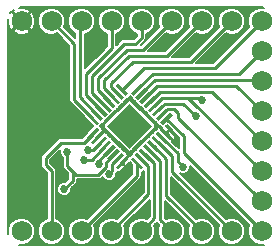
<source format=gtl>
G04 (created by PCBNEW (2013-07-07 BZR 4022)-stable) date 1/7/2014 10:08:49*
%MOIN*%
G04 Gerber Fmt 3.4, Leading zero omitted, Abs format*
%FSLAX34Y34*%
G01*
G70*
G90*
G04 APERTURE LIST*
%ADD10C,0.00590551*%
%ADD11C,0.0984252*%
%ADD12C,0.0688976*%
%ADD13C,0.027*%
%ADD14C,0.01*%
%ADD15C,0.005*%
G04 APERTURE END LIST*
G54D10*
G36*
X46249Y-28459D02*
X46166Y-28375D01*
X46500Y-28041D01*
X46583Y-28125D01*
X46249Y-28459D01*
X46249Y-28459D01*
G37*
G36*
X46386Y-28601D02*
X46302Y-28517D01*
X46636Y-28183D01*
X46720Y-28267D01*
X46386Y-28601D01*
X46386Y-28601D01*
G37*
G36*
X46525Y-28740D02*
X46441Y-28656D01*
X46775Y-28322D01*
X46859Y-28406D01*
X46525Y-28740D01*
X46525Y-28740D01*
G37*
G36*
X46664Y-28879D02*
X46581Y-28796D01*
X46915Y-28462D01*
X46998Y-28545D01*
X46664Y-28879D01*
X46664Y-28879D01*
G37*
G36*
X46803Y-29018D02*
X46720Y-28935D01*
X47054Y-28601D01*
X47137Y-28684D01*
X46803Y-29018D01*
X46803Y-29018D01*
G37*
G36*
X46943Y-29158D02*
X46859Y-29074D01*
X47193Y-28740D01*
X47277Y-28824D01*
X46943Y-29158D01*
X46943Y-29158D01*
G37*
G36*
X47082Y-29297D02*
X46998Y-29213D01*
X47332Y-28879D01*
X47416Y-28963D01*
X47082Y-29297D01*
X47082Y-29297D01*
G37*
G36*
X47221Y-29436D02*
X47137Y-29352D01*
X47471Y-29018D01*
X47555Y-29102D01*
X47221Y-29436D01*
X47221Y-29436D01*
G37*
G36*
X48702Y-27955D02*
X48618Y-27871D01*
X48952Y-27537D01*
X49036Y-27621D01*
X48702Y-27955D01*
X48702Y-27955D01*
G37*
G36*
X48563Y-27816D02*
X48479Y-27732D01*
X48813Y-27398D01*
X48897Y-27482D01*
X48563Y-27816D01*
X48563Y-27816D01*
G37*
G36*
X48424Y-27677D02*
X48340Y-27593D01*
X48674Y-27259D01*
X48758Y-27343D01*
X48424Y-27677D01*
X48424Y-27677D01*
G37*
G36*
X48284Y-27537D02*
X48201Y-27454D01*
X48535Y-27120D01*
X48618Y-27203D01*
X48284Y-27537D01*
X48284Y-27537D01*
G37*
G36*
X48145Y-27398D02*
X48062Y-27315D01*
X48396Y-26981D01*
X48479Y-27064D01*
X48145Y-27398D01*
X48145Y-27398D01*
G37*
G36*
X48006Y-27259D02*
X47922Y-27175D01*
X48256Y-26841D01*
X48340Y-26925D01*
X48006Y-27259D01*
X48006Y-27259D01*
G37*
G36*
X47867Y-27120D02*
X47783Y-27036D01*
X48117Y-26702D01*
X48201Y-26786D01*
X47867Y-27120D01*
X47867Y-27120D01*
G37*
G36*
X47728Y-26981D02*
X47644Y-26897D01*
X47978Y-26563D01*
X48062Y-26647D01*
X47728Y-26981D01*
X47728Y-26981D01*
G37*
G36*
X47975Y-29433D02*
X47641Y-29099D01*
X47725Y-29016D01*
X48059Y-29350D01*
X47975Y-29433D01*
X47975Y-29433D01*
G37*
G36*
X48109Y-29288D02*
X47775Y-28954D01*
X47858Y-28871D01*
X48192Y-29205D01*
X48109Y-29288D01*
X48109Y-29288D01*
G37*
G36*
X48248Y-29149D02*
X47914Y-28815D01*
X47998Y-28732D01*
X48332Y-29066D01*
X48248Y-29149D01*
X48248Y-29149D01*
G37*
G36*
X48387Y-29010D02*
X48053Y-28676D01*
X48137Y-28592D01*
X48471Y-28927D01*
X48387Y-29010D01*
X48387Y-29010D01*
G37*
G36*
X48527Y-28871D02*
X48192Y-28537D01*
X48276Y-28453D01*
X48610Y-28787D01*
X48527Y-28871D01*
X48527Y-28871D01*
G37*
G36*
X48666Y-28732D02*
X48332Y-28398D01*
X48415Y-28314D01*
X48749Y-28648D01*
X48666Y-28732D01*
X48666Y-28732D01*
G37*
G36*
X48805Y-28592D02*
X48471Y-28258D01*
X48554Y-28175D01*
X48888Y-28509D01*
X48805Y-28592D01*
X48805Y-28592D01*
G37*
G36*
X48944Y-28453D02*
X48610Y-28119D01*
X48694Y-28036D01*
X49028Y-28370D01*
X48944Y-28453D01*
X48944Y-28453D01*
G37*
G36*
X47480Y-26989D02*
X47146Y-26655D01*
X47229Y-26571D01*
X47563Y-26905D01*
X47480Y-26989D01*
X47480Y-26989D01*
G37*
G36*
X47341Y-27128D02*
X47007Y-26794D01*
X47090Y-26711D01*
X47424Y-27045D01*
X47341Y-27128D01*
X47341Y-27128D01*
G37*
G36*
X47201Y-27267D02*
X46867Y-26933D01*
X46951Y-26850D01*
X47285Y-27184D01*
X47201Y-27267D01*
X47201Y-27267D01*
G37*
G36*
X47062Y-27407D02*
X46728Y-27072D01*
X46812Y-26989D01*
X47146Y-27323D01*
X47062Y-27407D01*
X47062Y-27407D01*
G37*
G36*
X46923Y-27546D02*
X46589Y-27212D01*
X46672Y-27128D01*
X47007Y-27462D01*
X46923Y-27546D01*
X46923Y-27546D01*
G37*
G36*
X46784Y-27685D02*
X46450Y-27351D01*
X46533Y-27267D01*
X46867Y-27601D01*
X46784Y-27685D01*
X46784Y-27685D01*
G37*
G36*
X46645Y-27824D02*
X46311Y-27490D01*
X46394Y-27407D01*
X46728Y-27741D01*
X46645Y-27824D01*
X46645Y-27824D01*
G37*
G36*
X46505Y-27963D02*
X46171Y-27629D01*
X46255Y-27546D01*
X46589Y-27880D01*
X46505Y-27963D01*
X46505Y-27963D01*
G37*
G54D11*
X47600Y-28000D03*
G54D10*
G36*
X47600Y-28751D02*
X46848Y-28000D01*
X47600Y-27248D01*
X48351Y-28000D01*
X47600Y-28751D01*
X47600Y-28751D01*
G37*
G54D12*
X52000Y-26500D03*
X46000Y-31500D03*
X47000Y-31500D03*
X48000Y-31500D03*
X49000Y-31500D03*
X50000Y-31500D03*
X51000Y-31500D03*
X52000Y-31500D03*
X52000Y-30500D03*
X52000Y-29500D03*
X52000Y-28500D03*
X52000Y-27500D03*
X52000Y-25500D03*
X52000Y-24500D03*
X51000Y-24500D03*
X50000Y-24500D03*
X49000Y-24500D03*
X48000Y-24500D03*
X47000Y-24500D03*
X46000Y-24500D03*
X45000Y-24500D03*
X44000Y-31500D03*
X44000Y-24500D03*
X45000Y-31500D03*
G54D13*
X50000Y-27125D03*
X49375Y-29350D03*
X46925Y-29600D03*
X46575Y-29250D03*
X45075Y-29175D03*
X46200Y-28800D03*
X46075Y-29125D03*
X45425Y-30100D03*
X45525Y-28850D03*
X49800Y-27675D03*
G54D14*
X46375Y-28250D02*
X46075Y-28550D01*
X44800Y-29075D02*
X44800Y-29300D01*
X44800Y-29300D02*
X45000Y-29500D01*
X45000Y-29500D02*
X45000Y-31500D01*
X45325Y-28550D02*
X44800Y-29075D01*
X46075Y-28550D02*
X45325Y-28550D01*
X47984Y-29080D02*
X48225Y-29320D01*
X48225Y-30275D02*
X47000Y-31500D01*
X48225Y-29320D02*
X48225Y-30275D01*
X48000Y-31500D02*
X48425Y-31075D01*
X48425Y-29242D02*
X48123Y-28940D01*
X48425Y-31075D02*
X48425Y-29242D01*
X48262Y-28801D02*
X48625Y-29164D01*
X48625Y-31125D02*
X49000Y-31500D01*
X48625Y-29164D02*
X48625Y-31125D01*
X48401Y-28662D02*
X48825Y-29085D01*
X48825Y-30325D02*
X50000Y-31500D01*
X48825Y-29085D02*
X48825Y-30325D01*
X48540Y-28523D02*
X49025Y-29007D01*
X49025Y-29525D02*
X51000Y-31500D01*
X49025Y-29007D02*
X49025Y-29525D01*
X52000Y-31500D02*
X49400Y-28900D01*
X49400Y-28318D02*
X48827Y-27746D01*
X49400Y-28900D02*
X49400Y-28318D01*
X48688Y-27607D02*
X48870Y-27425D01*
X49075Y-27425D02*
X49225Y-27575D01*
X48870Y-27425D02*
X49075Y-27425D01*
X49225Y-27575D02*
X49225Y-27725D01*
X52000Y-30500D02*
X49225Y-27725D01*
X48692Y-27607D02*
X48688Y-27607D01*
X49550Y-27050D02*
X49925Y-27050D01*
X49925Y-27050D02*
X50000Y-27125D01*
X48410Y-27329D02*
X48689Y-27050D01*
X49550Y-27050D02*
X52000Y-29500D01*
X48689Y-27050D02*
X49550Y-27050D01*
X48270Y-27189D02*
X48610Y-26850D01*
X48610Y-26850D02*
X50350Y-26850D01*
X52000Y-28500D02*
X50350Y-26850D01*
X48528Y-26653D02*
X48532Y-26650D01*
X48532Y-26650D02*
X51150Y-26650D01*
X52000Y-27500D02*
X51150Y-26650D01*
X48528Y-26653D02*
X48131Y-27050D01*
X52000Y-26500D02*
X51950Y-26450D01*
X48454Y-26450D02*
X47992Y-26911D01*
X51950Y-26450D02*
X48454Y-26450D01*
X52000Y-25500D02*
X51250Y-26250D01*
X48375Y-26250D02*
X47853Y-26772D01*
X51250Y-26250D02*
X48375Y-26250D01*
X52000Y-24500D02*
X50450Y-26050D01*
X48085Y-26050D02*
X47355Y-26780D01*
X50450Y-26050D02*
X48085Y-26050D01*
X46987Y-26562D02*
X46975Y-26575D01*
X46975Y-26575D02*
X46975Y-26679D01*
X51000Y-24500D02*
X49650Y-25850D01*
X46975Y-26679D02*
X47215Y-26919D01*
X47700Y-25850D02*
X46987Y-26562D01*
X49650Y-25850D02*
X47700Y-25850D01*
X46762Y-26462D02*
X46750Y-26475D01*
X46750Y-26475D02*
X46750Y-26732D01*
X47076Y-27059D02*
X46750Y-26732D01*
X48850Y-25650D02*
X47575Y-25650D01*
X47575Y-25650D02*
X46762Y-26462D01*
X48850Y-25650D02*
X50000Y-24500D01*
X46562Y-26387D02*
X46550Y-26400D01*
X46550Y-26400D02*
X46550Y-26810D01*
X49000Y-24500D02*
X48050Y-25450D01*
X46550Y-26810D02*
X46937Y-27198D01*
X47500Y-25450D02*
X46562Y-26387D01*
X48050Y-25450D02*
X47500Y-25450D01*
X46798Y-27337D02*
X46350Y-26889D01*
X46350Y-26325D02*
X46350Y-26875D01*
X47825Y-25225D02*
X47800Y-25250D01*
X48000Y-25050D02*
X48000Y-24500D01*
X47825Y-25225D02*
X48000Y-25050D01*
X47425Y-25250D02*
X47275Y-25400D01*
X47800Y-25250D02*
X47425Y-25250D01*
X47275Y-25400D02*
X46350Y-26325D01*
X46350Y-26889D02*
X46350Y-26875D01*
X49200Y-29175D02*
X49200Y-28904D01*
X48680Y-28384D02*
X49200Y-28904D01*
X49375Y-29350D02*
X49200Y-29175D01*
X47207Y-29088D02*
X47025Y-29270D01*
X47025Y-29500D02*
X46925Y-29600D01*
X47025Y-29270D02*
X47025Y-29500D01*
X46929Y-28810D02*
X46575Y-29164D01*
X46575Y-29164D02*
X46575Y-29250D01*
X46775Y-25625D02*
X46150Y-26250D01*
X47000Y-25400D02*
X46775Y-25625D01*
X47000Y-24500D02*
X47000Y-25400D01*
X46150Y-26967D02*
X46659Y-27476D01*
X46150Y-26250D02*
X46150Y-26967D01*
X45950Y-26175D02*
X45950Y-24550D01*
X45950Y-24550D02*
X46000Y-24500D01*
X45950Y-27045D02*
X46519Y-27615D01*
X45950Y-26175D02*
X45950Y-27045D01*
X45000Y-24500D02*
X45750Y-25250D01*
X45750Y-27124D02*
X46380Y-27755D01*
X45750Y-25250D02*
X45750Y-27124D01*
X47850Y-29224D02*
X47850Y-29649D01*
X47850Y-29649D02*
X46000Y-31500D01*
X46382Y-28800D02*
X46650Y-28531D01*
X46200Y-28800D02*
X46382Y-28800D01*
X46335Y-29125D02*
X46789Y-28670D01*
X46075Y-29125D02*
X46335Y-29125D01*
X45700Y-29500D02*
X45700Y-29825D01*
X45700Y-29825D02*
X45425Y-30100D01*
X45525Y-29325D02*
X45700Y-29500D01*
X47068Y-28949D02*
X46825Y-29192D01*
X45825Y-29625D02*
X46392Y-29625D01*
X45525Y-29325D02*
X45525Y-28850D01*
X45525Y-29325D02*
X45825Y-29625D01*
X46550Y-29625D02*
X46392Y-29625D01*
X46825Y-29350D02*
X46550Y-29625D01*
X46825Y-29192D02*
X46825Y-29350D01*
X48549Y-27468D02*
X48767Y-27250D01*
X49375Y-27250D02*
X49800Y-27675D01*
X48767Y-27250D02*
X49375Y-27250D01*
G54D10*
G36*
X52079Y-24051D02*
X51911Y-24051D01*
X51746Y-24119D01*
X51620Y-24245D01*
X51551Y-24410D01*
X51551Y-24588D01*
X51593Y-24689D01*
X50386Y-25896D01*
X49821Y-25896D01*
X50810Y-24906D01*
X50910Y-24948D01*
X51088Y-24948D01*
X51253Y-24880D01*
X51379Y-24754D01*
X51448Y-24589D01*
X51448Y-24411D01*
X51380Y-24246D01*
X51254Y-24120D01*
X51089Y-24051D01*
X50911Y-24051D01*
X50746Y-24119D01*
X50620Y-24245D01*
X50551Y-24410D01*
X50551Y-24588D01*
X50593Y-24689D01*
X49586Y-25696D01*
X49021Y-25696D01*
X49810Y-24906D01*
X49910Y-24948D01*
X50088Y-24948D01*
X50253Y-24880D01*
X50379Y-24754D01*
X50448Y-24589D01*
X50448Y-24411D01*
X50380Y-24246D01*
X50254Y-24120D01*
X50089Y-24051D01*
X49911Y-24051D01*
X49746Y-24119D01*
X49620Y-24245D01*
X49551Y-24410D01*
X49551Y-24588D01*
X49593Y-24689D01*
X48786Y-25496D01*
X48221Y-25496D01*
X48810Y-24906D01*
X48910Y-24948D01*
X49088Y-24948D01*
X49253Y-24880D01*
X49379Y-24754D01*
X49448Y-24589D01*
X49448Y-24411D01*
X49380Y-24246D01*
X49254Y-24120D01*
X49089Y-24051D01*
X48911Y-24051D01*
X48746Y-24119D01*
X48620Y-24245D01*
X48551Y-24410D01*
X48551Y-24588D01*
X48593Y-24689D01*
X47986Y-25296D01*
X47971Y-25296D01*
X48108Y-25158D01*
X48108Y-25158D01*
X48122Y-25138D01*
X48142Y-25108D01*
X48142Y-25108D01*
X48153Y-25050D01*
X48153Y-25050D01*
X48153Y-24921D01*
X48253Y-24880D01*
X48379Y-24754D01*
X48448Y-24589D01*
X48448Y-24411D01*
X48380Y-24246D01*
X48254Y-24120D01*
X48089Y-24051D01*
X47911Y-24051D01*
X47746Y-24119D01*
X47620Y-24245D01*
X47551Y-24410D01*
X47551Y-24588D01*
X47619Y-24753D01*
X47745Y-24879D01*
X47846Y-24921D01*
X47846Y-24986D01*
X47736Y-25096D01*
X47425Y-25096D01*
X47366Y-25107D01*
X47316Y-25141D01*
X47166Y-25291D01*
X47166Y-25291D01*
X47153Y-25303D01*
X47153Y-24921D01*
X47253Y-24880D01*
X47379Y-24754D01*
X47448Y-24589D01*
X47448Y-24411D01*
X47380Y-24246D01*
X47254Y-24120D01*
X47089Y-24051D01*
X46911Y-24051D01*
X46746Y-24119D01*
X46620Y-24245D01*
X46551Y-24410D01*
X46551Y-24588D01*
X46619Y-24753D01*
X46745Y-24879D01*
X46846Y-24921D01*
X46846Y-25336D01*
X46666Y-25516D01*
X46103Y-26078D01*
X46103Y-24942D01*
X46253Y-24880D01*
X46379Y-24754D01*
X46448Y-24589D01*
X46448Y-24411D01*
X46380Y-24246D01*
X46254Y-24120D01*
X46089Y-24051D01*
X45911Y-24051D01*
X45746Y-24119D01*
X45620Y-24245D01*
X45551Y-24410D01*
X45551Y-24588D01*
X45619Y-24753D01*
X45745Y-24879D01*
X45796Y-24900D01*
X45796Y-25078D01*
X45406Y-24689D01*
X45448Y-24589D01*
X45448Y-24411D01*
X45380Y-24246D01*
X45254Y-24120D01*
X45089Y-24051D01*
X44911Y-24051D01*
X44746Y-24119D01*
X44620Y-24245D01*
X44551Y-24410D01*
X44551Y-24588D01*
X44619Y-24753D01*
X44745Y-24879D01*
X44910Y-24948D01*
X45088Y-24948D01*
X45189Y-24906D01*
X45596Y-25313D01*
X45596Y-27124D01*
X45607Y-27183D01*
X45641Y-27233D01*
X46074Y-27666D01*
X46083Y-27688D01*
X46113Y-27717D01*
X46395Y-27999D01*
X46078Y-28316D01*
X46069Y-28338D01*
X46011Y-28396D01*
X45325Y-28396D01*
X45266Y-28407D01*
X45216Y-28441D01*
X44691Y-28966D01*
X44657Y-29016D01*
X44646Y-29075D01*
X44646Y-29300D01*
X44657Y-29358D01*
X44691Y-29408D01*
X44846Y-29563D01*
X44846Y-31078D01*
X44746Y-31119D01*
X44620Y-31245D01*
X44551Y-31410D01*
X44551Y-31588D01*
X44619Y-31753D01*
X44745Y-31879D01*
X44910Y-31948D01*
X45088Y-31948D01*
X45253Y-31880D01*
X45379Y-31754D01*
X45448Y-31589D01*
X45448Y-31411D01*
X45380Y-31246D01*
X45254Y-31120D01*
X45153Y-31078D01*
X45153Y-29500D01*
X45142Y-29441D01*
X45108Y-29391D01*
X45108Y-29391D01*
X44953Y-29236D01*
X44953Y-29138D01*
X45286Y-28806D01*
X45286Y-28897D01*
X45322Y-28985D01*
X45371Y-29033D01*
X45371Y-29325D01*
X45382Y-29383D01*
X45416Y-29433D01*
X45546Y-29563D01*
X45546Y-29761D01*
X45446Y-29861D01*
X45377Y-29861D01*
X45289Y-29897D01*
X45222Y-29964D01*
X45186Y-30052D01*
X45186Y-30147D01*
X45222Y-30235D01*
X45289Y-30302D01*
X45377Y-30338D01*
X45472Y-30338D01*
X45560Y-30302D01*
X45627Y-30235D01*
X45663Y-30147D01*
X45663Y-30078D01*
X45808Y-29933D01*
X45842Y-29883D01*
X45853Y-29825D01*
X45853Y-29778D01*
X46392Y-29778D01*
X46550Y-29778D01*
X46608Y-29767D01*
X46658Y-29733D01*
X46703Y-29688D01*
X46722Y-29735D01*
X46789Y-29802D01*
X46877Y-29838D01*
X46972Y-29838D01*
X47060Y-29802D01*
X47127Y-29735D01*
X47163Y-29647D01*
X47163Y-29563D01*
X47167Y-29558D01*
X47173Y-29528D01*
X47200Y-29540D01*
X47242Y-29540D01*
X47280Y-29524D01*
X47433Y-29371D01*
X47433Y-29334D01*
X47346Y-29248D01*
X47341Y-29253D01*
X47320Y-29233D01*
X47326Y-29227D01*
X47320Y-29222D01*
X47341Y-29201D01*
X47346Y-29207D01*
X47558Y-28995D01*
X47558Y-28958D01*
X47559Y-28960D01*
X47530Y-28930D01*
X47511Y-28923D01*
X47504Y-28904D01*
X47475Y-28875D01*
X47391Y-28791D01*
X47372Y-28784D01*
X47365Y-28765D01*
X47335Y-28736D01*
X47252Y-28652D01*
X47233Y-28644D01*
X47225Y-28626D01*
X47196Y-28596D01*
X47113Y-28513D01*
X47094Y-28505D01*
X47086Y-28486D01*
X47057Y-28457D01*
X46974Y-28374D01*
X46955Y-28366D01*
X46947Y-28347D01*
X46918Y-28318D01*
X46834Y-28235D01*
X46815Y-28227D01*
X46808Y-28208D01*
X46779Y-28179D01*
X46780Y-28180D01*
X46743Y-28180D01*
X46531Y-28392D01*
X46537Y-28398D01*
X46517Y-28418D01*
X46511Y-28412D01*
X46505Y-28418D01*
X46485Y-28398D01*
X46491Y-28392D01*
X46485Y-28386D01*
X46505Y-28366D01*
X46511Y-28372D01*
X46723Y-28160D01*
X46723Y-28123D01*
X46724Y-28124D01*
X46695Y-28095D01*
X46681Y-28089D01*
X46671Y-28066D01*
X46642Y-28037D01*
X46610Y-28005D01*
X46677Y-27939D01*
X46685Y-27920D01*
X46703Y-27912D01*
X46733Y-27883D01*
X46816Y-27799D01*
X46824Y-27781D01*
X46843Y-27773D01*
X46872Y-27744D01*
X46955Y-27660D01*
X46963Y-27641D01*
X46982Y-27634D01*
X47011Y-27605D01*
X47094Y-27521D01*
X47102Y-27502D01*
X47121Y-27495D01*
X47150Y-27465D01*
X47234Y-27382D01*
X47241Y-27363D01*
X47260Y-27355D01*
X47289Y-27326D01*
X47373Y-27243D01*
X47381Y-27224D01*
X47399Y-27216D01*
X47428Y-27187D01*
X47512Y-27103D01*
X47520Y-27085D01*
X47538Y-27077D01*
X47568Y-27048D01*
X47608Y-27008D01*
X47669Y-27068D01*
X47688Y-27076D01*
X47695Y-27095D01*
X47724Y-27124D01*
X47808Y-27208D01*
X47827Y-27215D01*
X47834Y-27234D01*
X47864Y-27263D01*
X47947Y-27347D01*
X47966Y-27355D01*
X47974Y-27373D01*
X48003Y-27403D01*
X48086Y-27486D01*
X48105Y-27494D01*
X48113Y-27513D01*
X48142Y-27542D01*
X48225Y-27625D01*
X48244Y-27633D01*
X48252Y-27652D01*
X48281Y-27681D01*
X48365Y-27764D01*
X48384Y-27772D01*
X48391Y-27791D01*
X48420Y-27820D01*
X48504Y-27904D01*
X48523Y-27911D01*
X48530Y-27930D01*
X48560Y-27959D01*
X48607Y-28007D01*
X48607Y-28012D01*
X48819Y-28224D01*
X48905Y-28138D01*
X48905Y-28101D01*
X48804Y-28000D01*
X48834Y-27970D01*
X49246Y-28382D01*
X49246Y-28732D01*
X49131Y-28618D01*
X49131Y-28349D01*
X49116Y-28311D01*
X49086Y-28282D01*
X48962Y-28158D01*
X48926Y-28158D01*
X48839Y-28244D01*
X49051Y-28456D01*
X49088Y-28456D01*
X49116Y-28429D01*
X49131Y-28390D01*
X49131Y-28349D01*
X49131Y-28618D01*
X49029Y-28515D01*
X49031Y-28513D01*
X49031Y-28477D01*
X48819Y-28265D01*
X48813Y-28270D01*
X48793Y-28250D01*
X48799Y-28244D01*
X48587Y-28033D01*
X48550Y-28033D01*
X48522Y-28060D01*
X48514Y-28079D01*
X48496Y-28087D01*
X48466Y-28116D01*
X48455Y-28128D01*
X48455Y-27979D01*
X48439Y-27941D01*
X48410Y-27912D01*
X47658Y-27160D01*
X47620Y-27144D01*
X47579Y-27144D01*
X47541Y-27160D01*
X47512Y-27189D01*
X46760Y-27941D01*
X46744Y-27979D01*
X46744Y-28020D01*
X46760Y-28058D01*
X46789Y-28087D01*
X47541Y-28839D01*
X47579Y-28855D01*
X47620Y-28855D01*
X47658Y-28839D01*
X47687Y-28810D01*
X48439Y-28058D01*
X48455Y-28020D01*
X48455Y-27979D01*
X48455Y-28128D01*
X48383Y-28200D01*
X48375Y-28218D01*
X48356Y-28226D01*
X48327Y-28255D01*
X48244Y-28339D01*
X48236Y-28358D01*
X48217Y-28365D01*
X48188Y-28394D01*
X48105Y-28478D01*
X48097Y-28497D01*
X48078Y-28504D01*
X48049Y-28534D01*
X47965Y-28617D01*
X47958Y-28636D01*
X47939Y-28644D01*
X47910Y-28673D01*
X47826Y-28756D01*
X47818Y-28775D01*
X47800Y-28783D01*
X47771Y-28812D01*
X47687Y-28896D01*
X47675Y-28924D01*
X47666Y-28928D01*
X47637Y-28957D01*
X47553Y-29040D01*
X47553Y-29040D01*
X47366Y-29227D01*
X47453Y-29314D01*
X47490Y-29314D01*
X47599Y-29204D01*
X47696Y-29301D01*
X47696Y-29585D01*
X46189Y-31093D01*
X46089Y-31051D01*
X45911Y-31051D01*
X45746Y-31119D01*
X45620Y-31245D01*
X45551Y-31410D01*
X45551Y-31588D01*
X45619Y-31753D01*
X45745Y-31879D01*
X45910Y-31948D01*
X46088Y-31948D01*
X46253Y-31880D01*
X46379Y-31754D01*
X46448Y-31589D01*
X46448Y-31411D01*
X46406Y-31310D01*
X47959Y-29758D01*
X47959Y-29758D01*
X47992Y-29708D01*
X48004Y-29649D01*
X48004Y-29649D01*
X48004Y-29534D01*
X48034Y-29521D01*
X48063Y-29492D01*
X48071Y-29485D01*
X48071Y-30211D01*
X47189Y-31093D01*
X47089Y-31051D01*
X46911Y-31051D01*
X46746Y-31119D01*
X46620Y-31245D01*
X46551Y-31410D01*
X46551Y-31588D01*
X46619Y-31753D01*
X46745Y-31879D01*
X46910Y-31948D01*
X47088Y-31948D01*
X47253Y-31880D01*
X47379Y-31754D01*
X47448Y-31589D01*
X47448Y-31411D01*
X47406Y-31310D01*
X48271Y-30446D01*
X48271Y-31011D01*
X48189Y-31093D01*
X48089Y-31051D01*
X47911Y-31051D01*
X47746Y-31119D01*
X47620Y-31245D01*
X47551Y-31410D01*
X47551Y-31588D01*
X47619Y-31753D01*
X47745Y-31879D01*
X47910Y-31948D01*
X48088Y-31948D01*
X48253Y-31880D01*
X48379Y-31754D01*
X48448Y-31589D01*
X48448Y-31411D01*
X48406Y-31310D01*
X48503Y-31214D01*
X48516Y-31233D01*
X48593Y-31310D01*
X48551Y-31410D01*
X48551Y-31588D01*
X48619Y-31753D01*
X48745Y-31879D01*
X48910Y-31948D01*
X49088Y-31948D01*
X49253Y-31880D01*
X49379Y-31754D01*
X49448Y-31589D01*
X49448Y-31411D01*
X49380Y-31246D01*
X49254Y-31120D01*
X49089Y-31051D01*
X48911Y-31051D01*
X48810Y-31093D01*
X48778Y-31061D01*
X48778Y-30496D01*
X49593Y-31310D01*
X49551Y-31410D01*
X49551Y-31588D01*
X49619Y-31753D01*
X49745Y-31879D01*
X49910Y-31948D01*
X50088Y-31948D01*
X50253Y-31880D01*
X50379Y-31754D01*
X50448Y-31589D01*
X50448Y-31411D01*
X50380Y-31246D01*
X50254Y-31120D01*
X50089Y-31051D01*
X49911Y-31051D01*
X49810Y-31093D01*
X48978Y-30261D01*
X48978Y-29696D01*
X50593Y-31310D01*
X50551Y-31410D01*
X50551Y-31588D01*
X50619Y-31753D01*
X50745Y-31879D01*
X50910Y-31948D01*
X51088Y-31948D01*
X51253Y-31880D01*
X51379Y-31754D01*
X51448Y-31589D01*
X51448Y-31411D01*
X51380Y-31246D01*
X51254Y-31120D01*
X51089Y-31051D01*
X50911Y-31051D01*
X50810Y-31093D01*
X49291Y-29573D01*
X49327Y-29588D01*
X49422Y-29588D01*
X49510Y-29552D01*
X49577Y-29485D01*
X49613Y-29397D01*
X49613Y-29331D01*
X51593Y-31310D01*
X51551Y-31410D01*
X51551Y-31588D01*
X51619Y-31753D01*
X51745Y-31879D01*
X51910Y-31948D01*
X52079Y-31948D01*
X51986Y-31966D01*
X44448Y-31966D01*
X44448Y-24414D01*
X44381Y-24249D01*
X44377Y-24243D01*
X44314Y-24205D01*
X44020Y-24500D01*
X44314Y-24794D01*
X44377Y-24756D01*
X44447Y-24592D01*
X44448Y-24414D01*
X44448Y-31966D01*
X44012Y-31966D01*
X43919Y-31948D01*
X44088Y-31948D01*
X44253Y-31880D01*
X44379Y-31754D01*
X44448Y-31589D01*
X44448Y-31411D01*
X44380Y-31246D01*
X44294Y-31160D01*
X44294Y-24814D01*
X44000Y-24520D01*
X43705Y-24814D01*
X43743Y-24877D01*
X43907Y-24947D01*
X44085Y-24948D01*
X44250Y-24881D01*
X44256Y-24877D01*
X44294Y-24814D01*
X44294Y-31160D01*
X44254Y-31120D01*
X44089Y-31051D01*
X43911Y-31051D01*
X43746Y-31119D01*
X43620Y-31245D01*
X43551Y-31410D01*
X43551Y-31579D01*
X43533Y-31486D01*
X43533Y-24513D01*
X43552Y-24417D01*
X43551Y-24585D01*
X43618Y-24750D01*
X43622Y-24756D01*
X43685Y-24794D01*
X43979Y-24500D01*
X43685Y-24205D01*
X43625Y-24241D01*
X43671Y-24172D01*
X43740Y-24125D01*
X43705Y-24185D01*
X44000Y-24479D01*
X44294Y-24185D01*
X44256Y-24122D01*
X44092Y-24052D01*
X43922Y-24051D01*
X44012Y-24033D01*
X51986Y-24033D01*
X52079Y-24051D01*
X52079Y-24051D01*
G37*
G54D15*
X52079Y-24051D02*
X51911Y-24051D01*
X51746Y-24119D01*
X51620Y-24245D01*
X51551Y-24410D01*
X51551Y-24588D01*
X51593Y-24689D01*
X50386Y-25896D01*
X49821Y-25896D01*
X50810Y-24906D01*
X50910Y-24948D01*
X51088Y-24948D01*
X51253Y-24880D01*
X51379Y-24754D01*
X51448Y-24589D01*
X51448Y-24411D01*
X51380Y-24246D01*
X51254Y-24120D01*
X51089Y-24051D01*
X50911Y-24051D01*
X50746Y-24119D01*
X50620Y-24245D01*
X50551Y-24410D01*
X50551Y-24588D01*
X50593Y-24689D01*
X49586Y-25696D01*
X49021Y-25696D01*
X49810Y-24906D01*
X49910Y-24948D01*
X50088Y-24948D01*
X50253Y-24880D01*
X50379Y-24754D01*
X50448Y-24589D01*
X50448Y-24411D01*
X50380Y-24246D01*
X50254Y-24120D01*
X50089Y-24051D01*
X49911Y-24051D01*
X49746Y-24119D01*
X49620Y-24245D01*
X49551Y-24410D01*
X49551Y-24588D01*
X49593Y-24689D01*
X48786Y-25496D01*
X48221Y-25496D01*
X48810Y-24906D01*
X48910Y-24948D01*
X49088Y-24948D01*
X49253Y-24880D01*
X49379Y-24754D01*
X49448Y-24589D01*
X49448Y-24411D01*
X49380Y-24246D01*
X49254Y-24120D01*
X49089Y-24051D01*
X48911Y-24051D01*
X48746Y-24119D01*
X48620Y-24245D01*
X48551Y-24410D01*
X48551Y-24588D01*
X48593Y-24689D01*
X47986Y-25296D01*
X47971Y-25296D01*
X48108Y-25158D01*
X48108Y-25158D01*
X48122Y-25138D01*
X48142Y-25108D01*
X48142Y-25108D01*
X48153Y-25050D01*
X48153Y-25050D01*
X48153Y-24921D01*
X48253Y-24880D01*
X48379Y-24754D01*
X48448Y-24589D01*
X48448Y-24411D01*
X48380Y-24246D01*
X48254Y-24120D01*
X48089Y-24051D01*
X47911Y-24051D01*
X47746Y-24119D01*
X47620Y-24245D01*
X47551Y-24410D01*
X47551Y-24588D01*
X47619Y-24753D01*
X47745Y-24879D01*
X47846Y-24921D01*
X47846Y-24986D01*
X47736Y-25096D01*
X47425Y-25096D01*
X47366Y-25107D01*
X47316Y-25141D01*
X47166Y-25291D01*
X47166Y-25291D01*
X47153Y-25303D01*
X47153Y-24921D01*
X47253Y-24880D01*
X47379Y-24754D01*
X47448Y-24589D01*
X47448Y-24411D01*
X47380Y-24246D01*
X47254Y-24120D01*
X47089Y-24051D01*
X46911Y-24051D01*
X46746Y-24119D01*
X46620Y-24245D01*
X46551Y-24410D01*
X46551Y-24588D01*
X46619Y-24753D01*
X46745Y-24879D01*
X46846Y-24921D01*
X46846Y-25336D01*
X46666Y-25516D01*
X46103Y-26078D01*
X46103Y-24942D01*
X46253Y-24880D01*
X46379Y-24754D01*
X46448Y-24589D01*
X46448Y-24411D01*
X46380Y-24246D01*
X46254Y-24120D01*
X46089Y-24051D01*
X45911Y-24051D01*
X45746Y-24119D01*
X45620Y-24245D01*
X45551Y-24410D01*
X45551Y-24588D01*
X45619Y-24753D01*
X45745Y-24879D01*
X45796Y-24900D01*
X45796Y-25078D01*
X45406Y-24689D01*
X45448Y-24589D01*
X45448Y-24411D01*
X45380Y-24246D01*
X45254Y-24120D01*
X45089Y-24051D01*
X44911Y-24051D01*
X44746Y-24119D01*
X44620Y-24245D01*
X44551Y-24410D01*
X44551Y-24588D01*
X44619Y-24753D01*
X44745Y-24879D01*
X44910Y-24948D01*
X45088Y-24948D01*
X45189Y-24906D01*
X45596Y-25313D01*
X45596Y-27124D01*
X45607Y-27183D01*
X45641Y-27233D01*
X46074Y-27666D01*
X46083Y-27688D01*
X46113Y-27717D01*
X46395Y-27999D01*
X46078Y-28316D01*
X46069Y-28338D01*
X46011Y-28396D01*
X45325Y-28396D01*
X45266Y-28407D01*
X45216Y-28441D01*
X44691Y-28966D01*
X44657Y-29016D01*
X44646Y-29075D01*
X44646Y-29300D01*
X44657Y-29358D01*
X44691Y-29408D01*
X44846Y-29563D01*
X44846Y-31078D01*
X44746Y-31119D01*
X44620Y-31245D01*
X44551Y-31410D01*
X44551Y-31588D01*
X44619Y-31753D01*
X44745Y-31879D01*
X44910Y-31948D01*
X45088Y-31948D01*
X45253Y-31880D01*
X45379Y-31754D01*
X45448Y-31589D01*
X45448Y-31411D01*
X45380Y-31246D01*
X45254Y-31120D01*
X45153Y-31078D01*
X45153Y-29500D01*
X45142Y-29441D01*
X45108Y-29391D01*
X45108Y-29391D01*
X44953Y-29236D01*
X44953Y-29138D01*
X45286Y-28806D01*
X45286Y-28897D01*
X45322Y-28985D01*
X45371Y-29033D01*
X45371Y-29325D01*
X45382Y-29383D01*
X45416Y-29433D01*
X45546Y-29563D01*
X45546Y-29761D01*
X45446Y-29861D01*
X45377Y-29861D01*
X45289Y-29897D01*
X45222Y-29964D01*
X45186Y-30052D01*
X45186Y-30147D01*
X45222Y-30235D01*
X45289Y-30302D01*
X45377Y-30338D01*
X45472Y-30338D01*
X45560Y-30302D01*
X45627Y-30235D01*
X45663Y-30147D01*
X45663Y-30078D01*
X45808Y-29933D01*
X45842Y-29883D01*
X45853Y-29825D01*
X45853Y-29778D01*
X46392Y-29778D01*
X46550Y-29778D01*
X46608Y-29767D01*
X46658Y-29733D01*
X46703Y-29688D01*
X46722Y-29735D01*
X46789Y-29802D01*
X46877Y-29838D01*
X46972Y-29838D01*
X47060Y-29802D01*
X47127Y-29735D01*
X47163Y-29647D01*
X47163Y-29563D01*
X47167Y-29558D01*
X47173Y-29528D01*
X47200Y-29540D01*
X47242Y-29540D01*
X47280Y-29524D01*
X47433Y-29371D01*
X47433Y-29334D01*
X47346Y-29248D01*
X47341Y-29253D01*
X47320Y-29233D01*
X47326Y-29227D01*
X47320Y-29222D01*
X47341Y-29201D01*
X47346Y-29207D01*
X47558Y-28995D01*
X47558Y-28958D01*
X47559Y-28960D01*
X47530Y-28930D01*
X47511Y-28923D01*
X47504Y-28904D01*
X47475Y-28875D01*
X47391Y-28791D01*
X47372Y-28784D01*
X47365Y-28765D01*
X47335Y-28736D01*
X47252Y-28652D01*
X47233Y-28644D01*
X47225Y-28626D01*
X47196Y-28596D01*
X47113Y-28513D01*
X47094Y-28505D01*
X47086Y-28486D01*
X47057Y-28457D01*
X46974Y-28374D01*
X46955Y-28366D01*
X46947Y-28347D01*
X46918Y-28318D01*
X46834Y-28235D01*
X46815Y-28227D01*
X46808Y-28208D01*
X46779Y-28179D01*
X46780Y-28180D01*
X46743Y-28180D01*
X46531Y-28392D01*
X46537Y-28398D01*
X46517Y-28418D01*
X46511Y-28412D01*
X46505Y-28418D01*
X46485Y-28398D01*
X46491Y-28392D01*
X46485Y-28386D01*
X46505Y-28366D01*
X46511Y-28372D01*
X46723Y-28160D01*
X46723Y-28123D01*
X46724Y-28124D01*
X46695Y-28095D01*
X46681Y-28089D01*
X46671Y-28066D01*
X46642Y-28037D01*
X46610Y-28005D01*
X46677Y-27939D01*
X46685Y-27920D01*
X46703Y-27912D01*
X46733Y-27883D01*
X46816Y-27799D01*
X46824Y-27781D01*
X46843Y-27773D01*
X46872Y-27744D01*
X46955Y-27660D01*
X46963Y-27641D01*
X46982Y-27634D01*
X47011Y-27605D01*
X47094Y-27521D01*
X47102Y-27502D01*
X47121Y-27495D01*
X47150Y-27465D01*
X47234Y-27382D01*
X47241Y-27363D01*
X47260Y-27355D01*
X47289Y-27326D01*
X47373Y-27243D01*
X47381Y-27224D01*
X47399Y-27216D01*
X47428Y-27187D01*
X47512Y-27103D01*
X47520Y-27085D01*
X47538Y-27077D01*
X47568Y-27048D01*
X47608Y-27008D01*
X47669Y-27068D01*
X47688Y-27076D01*
X47695Y-27095D01*
X47724Y-27124D01*
X47808Y-27208D01*
X47827Y-27215D01*
X47834Y-27234D01*
X47864Y-27263D01*
X47947Y-27347D01*
X47966Y-27355D01*
X47974Y-27373D01*
X48003Y-27403D01*
X48086Y-27486D01*
X48105Y-27494D01*
X48113Y-27513D01*
X48142Y-27542D01*
X48225Y-27625D01*
X48244Y-27633D01*
X48252Y-27652D01*
X48281Y-27681D01*
X48365Y-27764D01*
X48384Y-27772D01*
X48391Y-27791D01*
X48420Y-27820D01*
X48504Y-27904D01*
X48523Y-27911D01*
X48530Y-27930D01*
X48560Y-27959D01*
X48607Y-28007D01*
X48607Y-28012D01*
X48819Y-28224D01*
X48905Y-28138D01*
X48905Y-28101D01*
X48804Y-28000D01*
X48834Y-27970D01*
X49246Y-28382D01*
X49246Y-28732D01*
X49131Y-28618D01*
X49131Y-28349D01*
X49116Y-28311D01*
X49086Y-28282D01*
X48962Y-28158D01*
X48926Y-28158D01*
X48839Y-28244D01*
X49051Y-28456D01*
X49088Y-28456D01*
X49116Y-28429D01*
X49131Y-28390D01*
X49131Y-28349D01*
X49131Y-28618D01*
X49029Y-28515D01*
X49031Y-28513D01*
X49031Y-28477D01*
X48819Y-28265D01*
X48813Y-28270D01*
X48793Y-28250D01*
X48799Y-28244D01*
X48587Y-28033D01*
X48550Y-28033D01*
X48522Y-28060D01*
X48514Y-28079D01*
X48496Y-28087D01*
X48466Y-28116D01*
X48455Y-28128D01*
X48455Y-27979D01*
X48439Y-27941D01*
X48410Y-27912D01*
X47658Y-27160D01*
X47620Y-27144D01*
X47579Y-27144D01*
X47541Y-27160D01*
X47512Y-27189D01*
X46760Y-27941D01*
X46744Y-27979D01*
X46744Y-28020D01*
X46760Y-28058D01*
X46789Y-28087D01*
X47541Y-28839D01*
X47579Y-28855D01*
X47620Y-28855D01*
X47658Y-28839D01*
X47687Y-28810D01*
X48439Y-28058D01*
X48455Y-28020D01*
X48455Y-27979D01*
X48455Y-28128D01*
X48383Y-28200D01*
X48375Y-28218D01*
X48356Y-28226D01*
X48327Y-28255D01*
X48244Y-28339D01*
X48236Y-28358D01*
X48217Y-28365D01*
X48188Y-28394D01*
X48105Y-28478D01*
X48097Y-28497D01*
X48078Y-28504D01*
X48049Y-28534D01*
X47965Y-28617D01*
X47958Y-28636D01*
X47939Y-28644D01*
X47910Y-28673D01*
X47826Y-28756D01*
X47818Y-28775D01*
X47800Y-28783D01*
X47771Y-28812D01*
X47687Y-28896D01*
X47675Y-28924D01*
X47666Y-28928D01*
X47637Y-28957D01*
X47553Y-29040D01*
X47553Y-29040D01*
X47366Y-29227D01*
X47453Y-29314D01*
X47490Y-29314D01*
X47599Y-29204D01*
X47696Y-29301D01*
X47696Y-29585D01*
X46189Y-31093D01*
X46089Y-31051D01*
X45911Y-31051D01*
X45746Y-31119D01*
X45620Y-31245D01*
X45551Y-31410D01*
X45551Y-31588D01*
X45619Y-31753D01*
X45745Y-31879D01*
X45910Y-31948D01*
X46088Y-31948D01*
X46253Y-31880D01*
X46379Y-31754D01*
X46448Y-31589D01*
X46448Y-31411D01*
X46406Y-31310D01*
X47959Y-29758D01*
X47959Y-29758D01*
X47992Y-29708D01*
X48004Y-29649D01*
X48004Y-29649D01*
X48004Y-29534D01*
X48034Y-29521D01*
X48063Y-29492D01*
X48071Y-29485D01*
X48071Y-30211D01*
X47189Y-31093D01*
X47089Y-31051D01*
X46911Y-31051D01*
X46746Y-31119D01*
X46620Y-31245D01*
X46551Y-31410D01*
X46551Y-31588D01*
X46619Y-31753D01*
X46745Y-31879D01*
X46910Y-31948D01*
X47088Y-31948D01*
X47253Y-31880D01*
X47379Y-31754D01*
X47448Y-31589D01*
X47448Y-31411D01*
X47406Y-31310D01*
X48271Y-30446D01*
X48271Y-31011D01*
X48189Y-31093D01*
X48089Y-31051D01*
X47911Y-31051D01*
X47746Y-31119D01*
X47620Y-31245D01*
X47551Y-31410D01*
X47551Y-31588D01*
X47619Y-31753D01*
X47745Y-31879D01*
X47910Y-31948D01*
X48088Y-31948D01*
X48253Y-31880D01*
X48379Y-31754D01*
X48448Y-31589D01*
X48448Y-31411D01*
X48406Y-31310D01*
X48503Y-31214D01*
X48516Y-31233D01*
X48593Y-31310D01*
X48551Y-31410D01*
X48551Y-31588D01*
X48619Y-31753D01*
X48745Y-31879D01*
X48910Y-31948D01*
X49088Y-31948D01*
X49253Y-31880D01*
X49379Y-31754D01*
X49448Y-31589D01*
X49448Y-31411D01*
X49380Y-31246D01*
X49254Y-31120D01*
X49089Y-31051D01*
X48911Y-31051D01*
X48810Y-31093D01*
X48778Y-31061D01*
X48778Y-30496D01*
X49593Y-31310D01*
X49551Y-31410D01*
X49551Y-31588D01*
X49619Y-31753D01*
X49745Y-31879D01*
X49910Y-31948D01*
X50088Y-31948D01*
X50253Y-31880D01*
X50379Y-31754D01*
X50448Y-31589D01*
X50448Y-31411D01*
X50380Y-31246D01*
X50254Y-31120D01*
X50089Y-31051D01*
X49911Y-31051D01*
X49810Y-31093D01*
X48978Y-30261D01*
X48978Y-29696D01*
X50593Y-31310D01*
X50551Y-31410D01*
X50551Y-31588D01*
X50619Y-31753D01*
X50745Y-31879D01*
X50910Y-31948D01*
X51088Y-31948D01*
X51253Y-31880D01*
X51379Y-31754D01*
X51448Y-31589D01*
X51448Y-31411D01*
X51380Y-31246D01*
X51254Y-31120D01*
X51089Y-31051D01*
X50911Y-31051D01*
X50810Y-31093D01*
X49291Y-29573D01*
X49327Y-29588D01*
X49422Y-29588D01*
X49510Y-29552D01*
X49577Y-29485D01*
X49613Y-29397D01*
X49613Y-29331D01*
X51593Y-31310D01*
X51551Y-31410D01*
X51551Y-31588D01*
X51619Y-31753D01*
X51745Y-31879D01*
X51910Y-31948D01*
X52079Y-31948D01*
X51986Y-31966D01*
X44448Y-31966D01*
X44448Y-24414D01*
X44381Y-24249D01*
X44377Y-24243D01*
X44314Y-24205D01*
X44020Y-24500D01*
X44314Y-24794D01*
X44377Y-24756D01*
X44447Y-24592D01*
X44448Y-24414D01*
X44448Y-31966D01*
X44012Y-31966D01*
X43919Y-31948D01*
X44088Y-31948D01*
X44253Y-31880D01*
X44379Y-31754D01*
X44448Y-31589D01*
X44448Y-31411D01*
X44380Y-31246D01*
X44294Y-31160D01*
X44294Y-24814D01*
X44000Y-24520D01*
X43705Y-24814D01*
X43743Y-24877D01*
X43907Y-24947D01*
X44085Y-24948D01*
X44250Y-24881D01*
X44256Y-24877D01*
X44294Y-24814D01*
X44294Y-31160D01*
X44254Y-31120D01*
X44089Y-31051D01*
X43911Y-31051D01*
X43746Y-31119D01*
X43620Y-31245D01*
X43551Y-31410D01*
X43551Y-31579D01*
X43533Y-31486D01*
X43533Y-24513D01*
X43552Y-24417D01*
X43551Y-24585D01*
X43618Y-24750D01*
X43622Y-24756D01*
X43685Y-24794D01*
X43979Y-24500D01*
X43685Y-24205D01*
X43625Y-24241D01*
X43671Y-24172D01*
X43740Y-24125D01*
X43705Y-24185D01*
X44000Y-24479D01*
X44294Y-24185D01*
X44256Y-24122D01*
X44092Y-24052D01*
X43922Y-24051D01*
X44012Y-24033D01*
X51986Y-24033D01*
X52079Y-24051D01*
M02*

</source>
